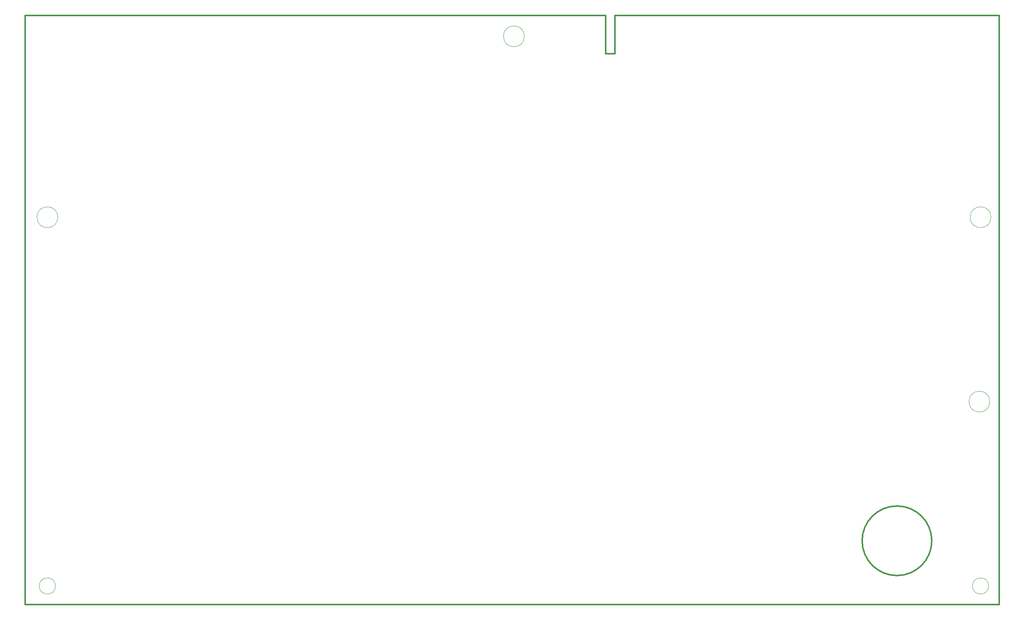
<source format=gbr>
%TF.GenerationSoftware,KiCad,Pcbnew,9.0.5*%
%TF.CreationDate,2026-01-20T21:08:22+00:00*%
%TF.ProjectId,issue3b,69737375-6533-4622-9e6b-696361645f70,3B*%
%TF.SameCoordinates,Original*%
%TF.FileFunction,Profile,NP*%
%FSLAX46Y46*%
G04 Gerber Fmt 4.6, Leading zero omitted, Abs format (unit mm)*
G04 Created by KiCad (PCBNEW 9.0.5) date 2026-01-20 21:08:22*
%MOMM*%
%LPD*%
G01*
G04 APERTURE LIST*
%TA.AperFunction,Profile*%
%ADD10C,0.305000*%
%TD*%
%TA.AperFunction,Profile*%
%ADD11C,0.100000*%
%TD*%
G04 APERTURE END LIST*
D10*
X172005000Y-34946000D02*
X169973000Y-34946000D01*
X169973000Y-34946000D02*
X169973000Y-26564000D01*
D11*
X50135800Y-70760000D02*
G75*
G02*
X45563800Y-70760000I-2286000J0D01*
G01*
X45563800Y-70760000D02*
G75*
G02*
X50135800Y-70760000I2286000J0D01*
G01*
X254047000Y-111146000D02*
G75*
G02*
X249475000Y-111146000I-2286000J0D01*
G01*
X249475000Y-111146000D02*
G75*
G02*
X254047000Y-111146000I2286000J0D01*
G01*
X49627800Y-151532000D02*
G75*
G02*
X46071800Y-151532000I-1778000J0D01*
G01*
X46071800Y-151532000D02*
G75*
G02*
X49627800Y-151532000I1778000J0D01*
G01*
D10*
X241340000Y-141626000D02*
G75*
G02*
X226100000Y-141626000I-7620000J0D01*
G01*
X226100000Y-141626000D02*
G75*
G02*
X241340000Y-141626000I7620000J0D01*
G01*
D11*
X254301000Y-70760000D02*
G75*
G02*
X249729000Y-70760000I-2286000J0D01*
G01*
X249729000Y-70760000D02*
G75*
G02*
X254301000Y-70760000I2286000J0D01*
G01*
D10*
X42973000Y-155596000D02*
X256079000Y-155596000D01*
X172005000Y-26564000D02*
X172005000Y-34946000D01*
D11*
X152193000Y-31136000D02*
G75*
G02*
X147621000Y-31136000I-2286000J0D01*
G01*
X147621000Y-31136000D02*
G75*
G02*
X152193000Y-31136000I2286000J0D01*
G01*
D10*
X42973000Y-26564000D02*
X42973000Y-155596000D01*
X169973000Y-26564000D02*
X42973000Y-26564000D01*
D11*
X253793000Y-151532000D02*
G75*
G02*
X250237000Y-151532000I-1778000J0D01*
G01*
X250237000Y-151532000D02*
G75*
G02*
X253793000Y-151532000I1778000J0D01*
G01*
D10*
X256079000Y-155596000D02*
X256079000Y-26564000D01*
X256079000Y-26564000D02*
X172005000Y-26564000D01*
M02*

</source>
